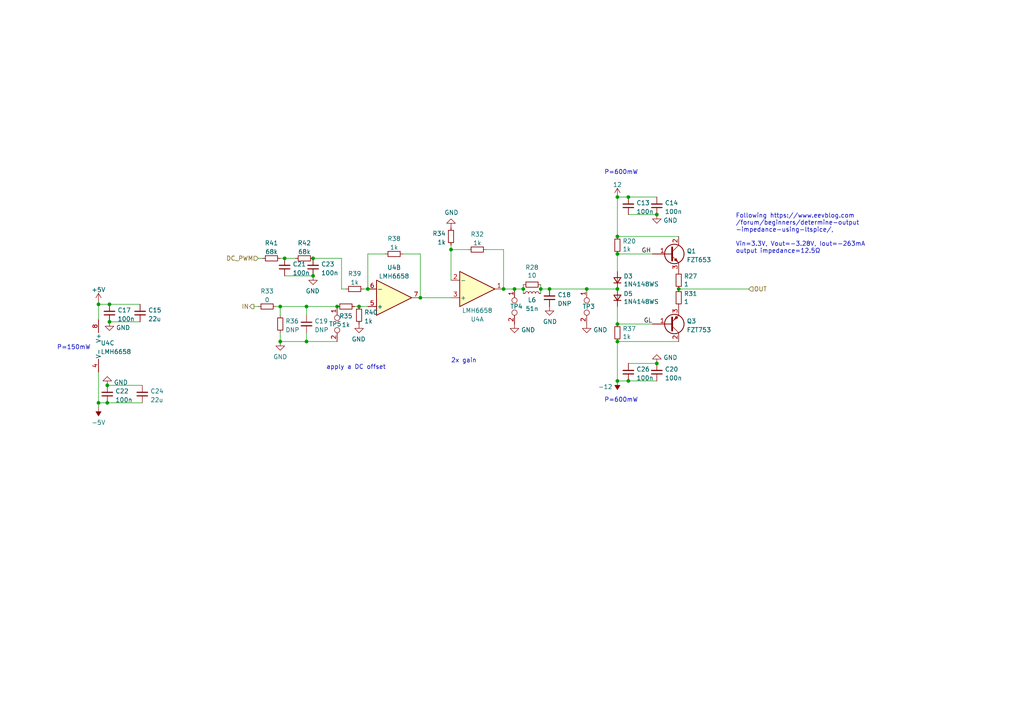
<source format=kicad_sch>
(kicad_sch (version 20211123) (generator eeschema)
  (paper "A4")
  (lib_symbols
    (symbol "Amplifier_Operational:AD8620" (pin_names (offset 0.127))
      (property "Reference" "U" (at 0 5.08 0))
      (property "Value" "AD8620" (at 0 -5.08 0))
      (symbol "AD8620_1_1"
        (polyline (pts (xy -5.08 5.08) (xy 5.08 0) (xy -5.08 -5.08) (xy -5.08 5.08)) (stroke (width 0.254)) (fill (type background)))
        (pin output line (at 7.62 0 180) (length 2.54) (name "~") (number "1"))
        (pin input line (at -7.62 -2.54 0) (length 2.54) (name "-") (number "2"))
        (pin input line (at -7.62 2.54 0) (length 2.54) (name "+") (number "3"))
      )
      (symbol "AD8620_2_1"
        (polyline (pts (xy -5.08 5.08) (xy 5.08 0) (xy -5.08 -5.08) (xy -5.08 5.08)) (stroke (width 0.254)) (fill (type background)))
        (pin input line (at -7.62 2.54 0) (length 2.54) (name "+") (number "5"))
        (pin input line (at -7.62 -2.54 0) (length 2.54) (name "-") (number "6"))
        (pin output line (at 7.62 0 180) (length 2.54) (name "~") (number "7"))
      )
      (symbol "AD8620_3_1"
        (pin power_in line (at -2.54 -7.62 90) (length 3.81) (name "V-") (number "4"))
        (pin power_in line (at -2.54 7.62 270) (length 3.81) (name "V+") (number "8"))
      )
    )
    (symbol "Connector:TestPoint_2Pole" (pin_names (offset 0.762) hide)
      (property "Reference" "TP" (at 0 1.524 0))
      (property "Value" "TestPoint_2Pole" (at 0 -1.778 0))
      (symbol "TestPoint_2Pole_0_1"
        (circle (center -1.778 0) (radius 0.762))
        (circle (center 1.778 0) (radius 0.762))
        (pin passive line (at -5.08 0 0) (length 2.54) (name "1") (number "1"))
        (pin passive line (at 5.08 0 180) (length 2.54) (name "2") (number "2"))
      )
    )
    (symbol "Device:C_Small" (pin_numbers hide) (pin_names (offset 0.254) hide)
      (property "Reference" "C" (at 0.254 1.778 0))
      (property "Value" "C_Small" (at 0.254 -2.032 0))
      (symbol "C_Small_0_1"
        (polyline (pts (xy -1.524 -0.508) (xy 1.524 -0.508)) (stroke (width 0.3302)))
        (polyline (pts (xy -1.524 0.508) (xy 1.524 0.508)) (stroke (width 0.3048)))
      )
      (symbol "C_Small_1_1"
        (pin passive line (at 0 2.54 270) (length 2.032) (name "~") (number "1"))
        (pin passive line (at 0 -2.54 90) (length 2.032) (name "~") (number "2"))
      )
    )
    (symbol "Device:D_Small" (pin_numbers hide) (pin_names (offset 0.254) hide)
      (property "Reference" "D" (at -1.27 2.032 0))
      (property "Value" "D_Small" (at -3.81 -2.032 0))
      (symbol "D_Small_0_1"
        (polyline (pts (xy -0.762 -1.016) (xy -0.762 1.016)) (stroke (width 0.254)))
        (polyline (pts (xy -0.762 0) (xy 0.762 0)))
        (polyline (pts (xy 0.762 -1.016) (xy -0.762 0) (xy 0.762 1.016) (xy 0.762 -1.016)) (stroke (width 0.254)))
      )
      (symbol "D_Small_1_1"
        (pin passive line (at -2.54 0 0) (length 1.778) (name "K") (number "1"))
        (pin passive line (at 2.54 0 180) (length 1.778) (name "A") (number "2"))
      )
    )
    (symbol "Device:L_Small" (pin_numbers hide) (pin_names (offset 0.254) hide)
      (property "Reference" "L" (at 0.762 1.016 0))
      (property "Value" "L_Small" (at 0.762 -1.016 0))
      (symbol "L_Small_0_1"
        (arc (start 0 -2.032) (mid 0.508 -1.524) (end 0 -1.016))
        (arc (start 0 -1.016) (mid 0.508 -0.508) (end 0 0))
        (arc (start 0 0) (mid 0.508 0.508) (end 0 1.016))
        (arc (start 0 1.016) (mid 0.508 1.524) (end 0 2.032))
      )
      (symbol "L_Small_1_1"
        (pin passive line (at 0 2.54 270) (length 0.508) (name "~") (number "1"))
        (pin passive line (at 0 -2.54 90) (length 0.508) (name "~") (number "2"))
      )
    )
    (symbol "Device:Q_NPN_BCE" (pin_names (offset 0) hide)
      (property "Reference" "Q" (at 5.08 1.27 0))
      (property "Value" "Q_NPN_BCE" (at 5.08 -1.27 0))
      (symbol "Q_NPN_BCE_0_1"
        (polyline (pts (xy 0.635 0.635) (xy 2.54 2.54)))
        (polyline (pts (xy 0.635 -0.635) (xy 2.54 -2.54) (xy 2.54 -2.54)))
        (polyline (pts (xy 0.635 1.905) (xy 0.635 -1.905) (xy 0.635 -1.905)) (stroke (width 0.508)))
        (polyline (pts (xy 1.27 -1.778) (xy 1.778 -1.27) (xy 2.286 -2.286) (xy 1.27 -1.778) (xy 1.27 -1.778)) (fill (type outline)))
        (circle (center 1.27 0) (radius 2.8194) (stroke (width 0.254)))
      )
      (symbol "Q_NPN_BCE_1_1"
        (pin input line (at -5.08 0 0) (length 5.715) (name "B") (number "1"))
        (pin passive line (at 2.54 5.08 270) (length 2.54) (name "C") (number "2"))
        (pin passive line (at 2.54 -5.08 90) (length 2.54) (name "E") (number "3"))
      )
    )
    (symbol "Device:Q_PNP_BCE" (pin_names (offset 0) hide)
      (property "Reference" "Q" (at 5.08 1.27 0))
      (property "Value" "Q_PNP_BCE" (at 5.08 -1.27 0))
      (symbol "Q_PNP_BCE_0_1"
        (polyline (pts (xy 0.635 0.635) (xy 2.54 2.54)))
        (polyline (pts (xy 0.635 -0.635) (xy 2.54 -2.54) (xy 2.54 -2.54)))
        (polyline (pts (xy 0.635 1.905) (xy 0.635 -1.905) (xy 0.635 -1.905)) (stroke (width 0.508)))
        (polyline (pts (xy 2.286 -1.778) (xy 1.778 -2.286) (xy 1.27 -1.27) (xy 2.286 -1.778) (xy 2.286 -1.778)) (fill (type outline)))
        (circle (center 1.27 0) (radius 2.8194) (stroke (width 0.254)))
      )
      (symbol "Q_PNP_BCE_1_1"
        (pin input line (at -5.08 0 0) (length 5.715) (name "B") (number "1"))
        (pin passive line (at 2.54 5.08 270) (length 2.54) (name "C") (number "2"))
        (pin passive line (at 2.54 -5.08 90) (length 2.54) (name "E") (number "3"))
      )
    )
    (symbol "Device:R_Small" (pin_numbers hide) (pin_names (offset 0.254) hide)
      (property "Reference" "R" (at 0.762 0.508 0))
      (property "Value" "R_Small" (at 0.762 -1.016 0))
      (symbol "R_Small_0_1"
        (rectangle (start -0.762 1.778) (end 0.762 -1.778) (stroke (width 0.2032)))
      )
      (symbol "R_Small_1_1"
        (pin passive line (at 0 2.54 270) (length 0.762) (name "~") (number "1"))
        (pin passive line (at 0 -2.54 90) (length 0.762) (name "~") (number "2"))
      )
    )
    (symbol "power:+12V" (power) (pin_names (offset 0))
      (property "Value" "+12V" (at 0 3.556 0))
      (symbol "+12V_0_1"
        (polyline (pts (xy -0.762 1.27) (xy 0 2.54)))
        (polyline (pts (xy 0 0) (xy 0 2.54)))
        (polyline (pts (xy 0 2.54) (xy 0.762 1.27)))
      )
      (symbol "+12V_1_1"
        (pin power_in line (at 0 0 90) (length 0) hide (name "+12V") (number "1"))
      )
    )
    (symbol "power:+5V" (power) (pin_names (offset 0))
      (property "Value" "+5V" (at 0 3.556 0))
      (symbol "+5V_0_1"
        (polyline (pts (xy -0.762 1.27) (xy 0 2.54)))
        (polyline (pts (xy 0 0) (xy 0 2.54)))
        (polyline (pts (xy 0 2.54) (xy 0.762 1.27)))
      )
      (symbol "+5V_1_1"
        (pin power_in line (at 0 0 90) (length 0) hide (name "+5V") (number "1"))
      )
    )
    (symbol "power:-12V" (power) (pin_names (offset 0))
      (property "Value" "-12V" (at 0 3.81 0))
      (symbol "-12V_0_0"
        (pin power_in line (at 0 0 90) (length 0) hide (name "-12V") (number "1"))
      )
      (symbol "-12V_0_1"
        (polyline (pts (xy 0 0) (xy 0 1.27) (xy 0.762 1.27) (xy 0 2.54) (xy -0.762 1.27) (xy 0 1.27)) (fill (type outline)))
      )
    )
    (symbol "power:-5V" (power) (pin_names (offset 0))
      (property "Value" "-5V" (at 0 3.81 0))
      (symbol "-5V_0_0"
        (pin power_in line (at 0 0 90) (length 0) hide (name "-5V") (number "1"))
      )
      (symbol "-5V_0_1"
        (polyline (pts (xy 0 0) (xy 0 1.27) (xy 0.762 1.27) (xy 0 2.54) (xy -0.762 1.27) (xy 0 1.27)) (fill (type outline)))
      )
    )
    (symbol "power:GND" (power) (pin_names (offset 0))
      (property "Value" "GND" (at 0 -3.81 0))
      (symbol "GND_0_1"
        (polyline (pts (xy 0 0) (xy 0 -1.27) (xy 1.27 -1.27) (xy 0 -2.54) (xy -1.27 -1.27) (xy 0 -1.27)))
      )
      (symbol "GND_1_1"
        (pin power_in line (at 0 0 270) (length 0) hide (name "GND") (number "1"))
      )
    )
  )
  (junction (at 121.92 86.36))
  (junction (at 190.5 105.41))
  (junction (at 90.805 74.93))
  (junction (at 106.68 83.82))
  (junction (at 97.79 88.9))
  (junction (at 182.245 57.15))
  (junction (at 88.9 99.06))
  (junction (at 179.07 73.66))
  (junction (at 149.225 83.82))
  (junction (at 179.07 57.15))
  (junction (at 179.07 83.82))
  (junction (at 190.5 62.23))
  (junction (at 151.765 83.82))
  (junction (at 179.07 110.49))
  (junction (at 81.28 99.06))
  (junction (at 179.07 99.06))
  (junction (at 146.05 83.82))
  (junction (at 179.07 68.58))
  (junction (at 88.9 88.9))
  (junction (at 31.115 116.84))
  (junction (at 81.28 88.9))
  (junction (at 179.07 93.98))
  (junction (at 159.385 83.82))
  (junction (at 31.75 93.345))
  (junction (at 82.55 74.93))
  (junction (at 170.18 83.82))
  (junction (at 130.81 72.39))
  (junction (at 28.575 88.265))
  (junction (at 90.805 80.01))
  (junction (at 28.575 116.84))
  (junction (at 31.75 88.265))
  (junction (at 196.85 83.82))
  (junction (at 31.115 111.76))
  (junction (at 156.845 83.82))
  (junction (at 182.245 110.49))
  (junction (at 104.14 88.9))
  (wire (pts (xy 140.97 72.39) (xy 146.05 72.39)))
  (wire (pts (xy 179.07 57.15) (xy 179.07 68.58)))
  (wire (pts (xy 88.9 91.44) (xy 88.9 88.9)))
  (wire (pts (xy 156.845 82.55) (xy 156.845 83.82)))
  (wire (pts (xy 28.575 116.84) (xy 28.575 118.11)))
  (wire (pts (xy 28.575 88.265) (xy 31.75 88.265)))
  (wire (pts (xy 97.79 99.06) (xy 88.9 99.06)))
  (wire (pts (xy 81.28 99.06) (xy 88.9 99.06)))
  (wire (pts (xy 28.575 116.84) (xy 31.115 116.84)))
  (wire (pts (xy 151.765 83.82) (xy 151.765 85.09)))
  (wire (pts (xy 151.765 83.82) (xy 151.765 82.55)))
  (wire (pts (xy 28.575 88.265) (xy 28.575 92.71)))
  (wire (pts (xy 179.07 99.06) (xy 179.07 110.49)))
  (wire (pts (xy 182.245 110.49) (xy 190.5 110.49)))
  (wire (pts (xy 121.92 73.66) (xy 121.92 86.36)))
  (wire (pts (xy 99.06 74.93) (xy 99.06 83.82)))
  (wire (pts (xy 179.07 73.66) (xy 189.23 73.66)))
  (wire (pts (xy 88.9 88.9) (xy 97.79 88.9)))
  (wire (pts (xy 81.28 74.93) (xy 82.55 74.93)))
  (wire (pts (xy 179.07 57.15) (xy 182.245 57.15)))
  (wire (pts (xy 182.245 57.15) (xy 190.5 57.15)))
  (wire (pts (xy 31.115 111.76) (xy 41.275 111.76)))
  (wire (pts (xy 146.05 72.39) (xy 146.05 83.82)))
  (wire (pts (xy 81.28 91.44) (xy 81.28 88.9)))
  (wire (pts (xy 179.07 68.58) (xy 196.85 68.58)))
  (wire (pts (xy 156.845 83.82) (xy 156.845 85.09)))
  (wire (pts (xy 102.87 88.9) (xy 104.14 88.9)))
  (wire (pts (xy 106.68 73.66) (xy 111.76 73.66)))
  (wire (pts (xy 74.93 74.93) (xy 76.2 74.93)))
  (wire (pts (xy 31.75 93.345) (xy 40.64 93.345)))
  (wire (pts (xy 81.28 99.06) (xy 81.28 96.52)))
  (wire (pts (xy 156.845 83.82) (xy 159.385 83.82)))
  (wire (pts (xy 179.07 110.49) (xy 182.245 110.49)))
  (wire (pts (xy 179.07 88.9) (xy 179.07 93.98)))
  (wire (pts (xy 81.28 88.9) (xy 88.9 88.9)))
  (wire (pts (xy 130.81 81.28) (xy 130.81 72.39)))
  (wire (pts (xy 179.07 99.06) (xy 196.85 99.06)))
  (wire (pts (xy 130.81 72.39) (xy 130.81 71.12)))
  (wire (pts (xy 73.66 88.9) (xy 74.93 88.9)))
  (wire (pts (xy 182.245 105.41) (xy 190.5 105.41)))
  (wire (pts (xy 31.75 88.265) (xy 40.64 88.265)))
  (wire (pts (xy 182.245 62.23) (xy 190.5 62.23)))
  (wire (pts (xy 28.575 107.95) (xy 28.575 116.84)))
  (wire (pts (xy 28.575 87.63) (xy 28.575 88.265)))
  (wire (pts (xy 149.225 83.82) (xy 151.765 83.82)))
  (wire (pts (xy 179.07 93.98) (xy 189.23 93.98)))
  (wire (pts (xy 135.89 72.39) (xy 130.81 72.39)))
  (wire (pts (xy 196.85 83.82) (xy 217.17 83.82)))
  (wire (pts (xy 116.84 73.66) (xy 121.92 73.66)))
  (wire (pts (xy 31.115 116.84) (xy 41.275 116.84)))
  (wire (pts (xy 146.05 83.82) (xy 149.225 83.82)))
  (wire (pts (xy 179.07 78.74) (xy 179.07 73.66)))
  (wire (pts (xy 82.55 80.01) (xy 90.805 80.01)))
  (wire (pts (xy 121.92 86.36) (xy 130.81 86.36)))
  (wire (pts (xy 170.18 83.82) (xy 179.07 83.82)))
  (wire (pts (xy 106.68 83.82) (xy 106.68 73.66)))
  (wire (pts (xy 159.385 83.82) (xy 170.18 83.82)))
  (wire (pts (xy 104.14 88.9) (xy 106.68 88.9)))
  (wire (pts (xy 90.805 74.93) (xy 99.06 74.93)))
  (wire (pts (xy 80.01 88.9) (xy 81.28 88.9)))
  (wire (pts (xy 105.41 83.82) (xy 106.68 83.82)))
  (wire (pts (xy 88.9 99.06) (xy 88.9 96.52)))
  (wire (pts (xy 99.06 83.82) (xy 100.33 83.82)))
  (wire (pts (xy 82.55 74.93) (xy 85.725 74.93)))
  (text "Following https://www.eevblog.com\n/forum/beginners/determine-output\n-impedance-using-ltspice/,\n\nVin=3.3V, Vout=-3.28V, Iout=-263mA\noutput impedance=12.5Ω" (at 213.36 73.66 0) (effects (font (size 1.27 1.27)) (justify left bottom)))
  (text "2x gain" (at 130.81 105.41 0) (effects (font (size 1.27 1.27)) (justify left bottom)))
  (text "P=150mW" (at 16.51 101.6 0) (effects (font (size 1.27 1.27)) (justify left bottom)))
  (text "P=600mW" (at 175.26 116.84 0) (effects (font (size 1.27 1.27)) (justify left bottom)))
  (text "P=600mW" (at 175.26 50.8 0) (effects (font (size 1.27 1.27)) (justify left bottom)))
  (text "apply a DC offset" (at 94.615 107.315 0) (effects (font (size 1.27 1.27)) (justify left bottom)))
  (label "GL" (at 186.69 93.98 0))
  (label "GH" (at 186.055 73.66 0))
  (hierarchical_label "DC_PWM" (shape input) (at 74.93 74.93 180))
  (hierarchical_label "OUT" (shape input) (at 217.17 83.82 0))
  (hierarchical_label "IN" (shape output) (at 73.66 88.9 180))
  (symbol (lib_id "Device:C_Small") (at 88.9 93.98 0) (unit 1)
    (property "Reference" "C19" (at 91.2241 93.1516 0) (effects (justify left)))
    (property "Value" "DNP" (at 91.2241 95.6885 0) (effects (justify left)))
    (property "Footprint" "Capacitor_SMD:C_0603_1608Metric" (effects hide))
    (property "Description" "16V+" (effects hide))
    (property "AVL1" "any/open" (effects hide))
  )
  (symbol (lib_id "power:GND") (at 159.385 88.9 0) (unit 1)
    (property "Reference" "#PWR0103" (effects hide))
    (property "Value" "GND" (at 159.512 93.2942 0))
  )
  (symbol (lib_id "Device:C_Small") (at 190.5 59.69 180) (unit 1)
    (property "Reference" "C14" (at 192.8241 58.8489 0) (effects (justify right)))
    (property "Value" "100n" (at 192.8241 61.3858 0) (effects (justify right)))
    (property "Footprint" "Capacitor_SMD:C_0603_1608Metric" (effects hide))
    (property "Description" "16V+" (effects hide))
    (property "AVL1" "any/open" (effects hide))
    (property "LCSC" "C57112" (effects hide))
  )
  (symbol (lib_id "Connector:TestPoint_2Pole") (at 149.225 88.9 270) (unit 1)
    (property "Reference" "TP4" (at 147.955 88.9 90) (effects (justify left)))
    (property "Value" "TestPoint_2Pole" (effects hide))
    (property "Footprint" "Module:TestPoint_2Pads_Pitch2.54mm_Drill1mm" (effects hide))
  )
  (symbol (lib_id "Device:C_Small") (at 82.55 77.47 180) (unit 1)
    (property "Reference" "C21" (at 84.8741 76.6289 0) (effects (justify right)))
    (property "Value" "100n" (at 84.8741 79.1658 0) (effects (justify right)))
    (property "Footprint" "Capacitor_SMD:C_0603_1608Metric" (effects hide))
    (property "Description" "16V+" (effects hide))
    (property "AVL1" "any/open" (effects hide))
    (property "LCSC" "C57112" (effects hide))
  )
  (symbol (lib_id "Device:R_Small") (at 81.28 93.98 0) (unit 1)
    (property "Reference" "R36" (at 82.7786 93.1453 0) (effects (justify left)))
    (property "Value" "DNP" (at 82.7786 95.6822 0) (effects (justify left)))
    (property "Footprint" "Resistor_SMD:R_0603_1608Metric" (effects hide))
  )
  (symbol (lib_id "Device:C_Small") (at 182.245 107.95 180) (unit 1)
    (property "Reference" "C26" (at 184.5691 107.1089 0) (effects (justify right)))
    (property "Value" "100n" (at 184.5691 109.6458 0) (effects (justify right)))
    (property "Footprint" "Capacitor_SMD:C_0603_1608Metric" (effects hide))
    (property "Description" "16V+" (effects hide))
    (property "AVL1" "any/open" (effects hide))
    (property "LCSC" "C57112" (effects hide))
  )
  (symbol (lib_id "Device:Q_NPN_BCE") (at 194.31 73.66 0) (unit 1)
    (property "Reference" "Q1" (at 199.1614 72.8253 0) (effects (justify left)))
    (property "Value" "FZT653" (at 199.1614 75.3622 0) (effects (justify left)))
    (property "Footprint" "Package_TO_SOT_SMD:SOT-223-3_TabPin2" (effects hide))
    (property "Datasheet" "https://www.diodes.com/assets/Datasheets/FZT653.pdf" (effects hide))
    (property "AVL1" "Diodes Incorporated" (effects hide))
    (property "AVL1 P/N" "FZT653" (effects hide))
    (property "LCSC" "C780850" (effects hide))
  )
  (symbol (lib_id "Device:C_Small") (at 182.245 59.69 180) (unit 1)
    (property "Reference" "C13" (at 184.5691 58.8489 0) (effects (justify right)))
    (property "Value" "100n" (at 184.5691 61.3858 0) (effects (justify right)))
    (property "Footprint" "Capacitor_SMD:C_0603_1608Metric" (effects hide))
    (property "Description" "16V+" (effects hide))
    (property "AVL1" "any/open" (effects hide))
    (property "LCSC" "C57112" (effects hide))
  )
  (symbol (lib_id "power:GND") (at 190.5 62.23 0) (unit 1)
    (property "Reference" "#PWR0122" (effects hide))
    (property "Value" "GND" (at 192.405 63.9338 0) (effects (justify left)))
  )
  (symbol (lib_id "Device:R_Small") (at 100.33 88.9 90) (unit 1)
    (property "Reference" "R35" (at 100.33 91.667 90))
    (property "Value" "1k" (at 100.33 94.2039 90))
    (property "Footprint" "Resistor_SMD:R_0603_1608Metric" (effects hide))
    (property "AVL1" "any/open" (effects hide))
    (property "Description" "0.1%" (effects hide))
    (property "LCSC" "C309080" (effects hide))
  )
  (symbol (lib_id "Device:R_Small") (at 114.3 73.66 270) (unit 1)
    (property "Reference" "R38" (at 114.3 69.2236 90))
    (property "Value" "1k" (at 114.3 71.7605 90))
    (property "Footprint" "Resistor_SMD:R_0603_1608Metric" (effects hide))
    (property "AVL1" "any/open" (effects hide))
    (property "Description" "0.1%" (effects hide))
    (property "LCSC" "C309080" (effects hide))
  )
  (symbol (lib_id "power:+5V") (at 28.575 87.63 0) (unit 1)
    (property "Reference" "#PWR0124" (effects hide))
    (property "Value" "+5V" (at 28.575 84.0542 0))
  )
  (symbol (lib_id "power:GND") (at 104.14 93.98 0) (mirror y) (unit 1)
    (property "Reference" "#PWR07" (effects hide))
    (property "Value" "GND" (at 104.013 98.3742 0))
  )
  (symbol (lib_id "Device:C_Small") (at 41.275 114.3 180) (unit 1)
    (property "Reference" "C24" (at 43.5991 113.4589 0) (effects (justify right)))
    (property "Value" "22u" (at 43.5991 115.9958 0) (effects (justify right)))
    (property "Footprint" "Capacitor_SMD:C_1210_3225Metric" (effects hide))
    (property "Description" "16V+" (effects hide))
    (property "AVL1" "any/open" (effects hide))
    (property "AVL2" "Samsung" (effects hide))
    (property "AVL2 P/N" "CL31A226KAHNNNE" (effects hide))
    (property "LCSC" "C12891" (effects hide))
  )
  (symbol (lib_id "Device:R_Small") (at 77.47 88.9 90) (unit 1)
    (property "Reference" "R33" (at 77.47 84.4636 90))
    (property "Value" "0" (at 77.47 87.0005 90))
    (property "Footprint" "Resistor_SMD:R_0603_1608Metric" (effects hide))
    (property "AVL1" "any/open" (effects hide))
    (property "LCSC" "C21189" (effects hide))
  )
  (symbol (lib_id "power:GND") (at 31.115 111.76 180) (unit 1)
    (property "Reference" "#PWR0129" (effects hide))
    (property "Value" "GND" (at 33.02 110.9238 0) (effects (justify right)))
  )
  (symbol (lib_id "Device:C_Small") (at 159.385 86.36 180) (unit 1)
    (property "Reference" "C18" (at 161.7091 85.5189 0) (effects (justify right)))
    (property "Value" "DNP" (at 161.7091 88.0558 0) (effects (justify right)))
    (property "Footprint" "Capacitor_SMD:C_0603_1608Metric" (effects hide))
    (property "Description" "16V+" (effects hide))
    (property "AVL1" "any/open" (effects hide))
  )
  (symbol (lib_id "power:-12V") (at 179.07 110.49 180) (unit 1)
    (property "Reference" "#PWR0102" (effects hide))
    (property "Value" "-12V" (at 177.673 112.1938 0) (effects (justify left)))
    (property "Spice_Primitive" "V" (effects hide))
    (property "Spice_Model" "dc -12" (effects hide))
    (property "Spice_Netlist_Enabled" "Y" (effects hide))
  )
  (symbol (lib_id "Amplifier_Operational:AD8620") (at 114.3 86.36 0) (mirror x) (unit 2)
    (property "Reference" "U4" (at 114.3 77.5802 0))
    (property "Value" "LMH6658" (at 114.3 80.1171 0))
    (property "Footprint" "Package_SO:SOIC-8_3.9x4.9mm_P1.27mm" (effects hide))
    (property "Datasheet" "https://www.ti.com/lit/ds/symlink/lmh6658.pdf" (effects hide))
  )
  (symbol (lib_id "power:+12V") (at 179.07 57.15 0) (unit 1)
    (property "Reference" "#PWR0121" (effects hide))
    (property "Value" "+12V" (at 179.07 53.5742 0))
    (property "Spice_Primitive" "V" (effects hide))
    (property "Spice_Model" "dc 12" (effects hide))
    (property "Spice_Netlist_Enabled" "Y" (effects hide))
  )
  (symbol (lib_id "Device:C_Small") (at 31.75 90.805 180) (unit 1)
    (property "Reference" "C17" (at 34.0741 89.9639 0) (effects (justify right)))
    (property "Value" "100n" (at 34.0741 92.5008 0) (effects (justify right)))
    (property "Footprint" "Capacitor_SMD:C_0603_1608Metric" (effects hide))
    (property "Description" "16V+" (effects hide))
    (property "AVL1" "any/open" (effects hide))
    (property "LCSC" "C57112" (effects hide))
  )
  (symbol (lib_id "Connector:TestPoint_2Pole") (at 97.79 93.98 90) (mirror x) (unit 1)
    (property "Reference" "TP5" (at 99.06 93.98 90) (effects (justify left)))
    (property "Value" "TestPoint_2Pole" (effects hide))
    (property "Footprint" "Module:TestPoint_2Pads_Pitch2.54mm_Drill1mm" (effects hide))
  )
  (symbol (lib_id "Device:R_Small") (at 196.85 81.28 0) (unit 1)
    (property "Reference" "R27" (at 198.3486 80.1116 0) (effects (justify left)))
    (property "Value" "1" (at 198.3486 82.423 0) (effects (justify left)))
    (property "Footprint" "Resistor_SMD:R_1206_3216Metric" (effects hide))
    (property "AVL1" "any/open" (effects hide))
    (property "LCSC" "C17928" (effects hide))
  )
  (symbol (lib_id "power:GND") (at 130.81 66.04 0) (mirror x) (unit 1)
    (property "Reference" "#PWR0127" (effects hide))
    (property "Value" "GND" (at 130.937 61.6458 0))
  )
  (symbol (lib_id "Device:D_Small") (at 179.07 81.28 90) (unit 1)
    (property "Reference" "D3" (at 180.848 80.1116 90) (effects (justify right)))
    (property "Value" "1N4148WS" (at 180.848 82.423 90) (effects (justify right)))
    (property "Footprint" "Diode_SMD:D_SOD-323" (effects hide))
    (property "Datasheet" "https://datasheet.lcsc.com/lcsc/1810101110_Jiangsu-Changjing-Electronics-Technology-Co---Ltd--1N4148WS_C2128.pdf" (effects hide))
    (property "LCSC" "C2128" (effects hide))
  )
  (symbol (lib_id "Device:R_Small") (at 88.265 74.93 270) (unit 1)
    (property "Reference" "R42" (at 88.265 70.4936 90))
    (property "Value" "68k" (at 88.265 73.0305 90))
    (property "Footprint" "Resistor_SMD:R_0603_1608Metric" (effects hide))
    (property "AVL1" "any/open" (effects hide))
    (property "LCSC" "C23231" (effects hide))
  )
  (symbol (lib_id "Device:R_Small") (at 78.74 74.93 270) (unit 1)
    (property "Reference" "R41" (at 78.74 70.4936 90))
    (property "Value" "68k" (at 78.74 73.0305 90))
    (property "Footprint" "Resistor_SMD:R_0603_1608Metric" (effects hide))
    (property "AVL1" "any/open" (effects hide))
    (property "LCSC" "C23231" (effects hide))
  )
  (symbol (lib_id "power:-5V") (at 28.575 118.11 180) (unit 1)
    (property "Reference" "#PWR0126" (effects hide))
    (property "Value" "-5V" (at 28.575 122.5534 0))
  )
  (symbol (lib_id "Device:Q_PNP_BCE") (at 194.31 93.98 0) (mirror x) (unit 1)
    (property "Reference" "Q3" (at 199.1614 93.1453 0) (effects (justify left)))
    (property "Value" "FZT753" (at 199.1614 95.6822 0) (effects (justify left)))
    (property "Footprint" "Package_TO_SOT_SMD:SOT-223-3_TabPin2" (effects hide))
    (property "Datasheet" "https://www.diodes.com/assets/Datasheets/FZT753.pdf" (effects hide))
    (property "AVL1" "Diodes Incorporated" (effects hide))
    (property "AVL1 P/N" "FZT753" (effects hide))
    (property "LCSC" "C85794" (effects hide))
  )
  (symbol (lib_id "power:GND") (at 81.28 99.06 0) (unit 1)
    (property "Reference" "#PWR0123" (effects hide))
    (property "Value" "GND" (at 81.28 103.5034 0))
  )
  (symbol (lib_id "Device:C_Small") (at 90.805 77.47 180) (unit 1)
    (property "Reference" "C23" (at 93.1291 76.6289 0) (effects (justify right)))
    (property "Value" "100n" (at 93.1291 79.1658 0) (effects (justify right)))
    (property "Footprint" "Capacitor_SMD:C_0603_1608Metric" (effects hide))
    (property "Description" "16V+" (effects hide))
    (property "AVL1" "any/open" (effects hide))
    (property "LCSC" "C57112" (effects hide))
  )
  (symbol (lib_id "power:GND") (at 31.75 93.345 0) (unit 1)
    (property "Reference" "#PWR0128" (effects hide))
    (property "Value" "GND" (at 33.655 95.0488 0) (effects (justify left)))
  )
  (symbol (lib_id "Amplifier_Operational:AD8620") (at 31.115 100.33 0) (unit 3)
    (property "Reference" "U4" (at 29.21 99.4953 0) (effects (justify left)))
    (property "Value" "LMH6658" (at 29.21 102.0322 0) (effects (justify left)))
    (property "Footprint" "Package_SO:SOIC-8_3.9x4.9mm_P1.27mm" (effects hide))
    (property "Datasheet" "https://www.ti.com/lit/ds/symlink/lmh6658.pdf" (effects hide))
  )
  (symbol (lib_id "Device:R_Small") (at 154.305 82.55 90) (unit 1)
    (property "Reference" "R28" (at 154.305 77.5716 90))
    (property "Value" "10" (at 154.305 79.883 90))
    (property "Footprint" "Resistor_SMD:R_0603_1608Metric" (effects hide))
    (property "AVL1" "any/open" (effects hide))
    (property "LCSC" "C22859" (effects hide))
  )
  (symbol (lib_id "power:GND") (at 90.805 80.01 0) (mirror y) (unit 1)
    (property "Reference" "#PWR02" (effects hide))
    (property "Value" "GND" (at 90.678 84.4042 0))
  )
  (symbol (lib_id "Device:R_Small") (at 104.14 91.44 180) (unit 1)
    (property "Reference" "R40" (at 105.6386 90.6053 0) (effects (justify right)))
    (property "Value" "1k" (at 105.6386 93.1422 0) (effects (justify right)))
    (property "Footprint" "Resistor_SMD:R_0603_1608Metric" (effects hide))
    (property "AVL1" "any/open" (effects hide))
    (property "Description" "0.1%" (effects hide))
    (property "LCSC" "C309080" (effects hide))
  )
  (symbol (lib_id "Connector:TestPoint_2Pole") (at 170.18 88.9 270) (unit 1)
    (property "Reference" "TP3" (at 168.91 88.9 90) (effects (justify left)))
    (property "Value" "TestPoint_2Pole" (effects hide))
    (property "Footprint" "Module:TestPoint_2Pads_Pitch2.54mm_Drill1mm" (effects hide))
  )
  (symbol (lib_id "power:GND") (at 190.5 105.41 0) (mirror x) (unit 1)
    (property "Reference" "#PWR0105" (effects hide))
    (property "Value" "GND" (at 192.405 103.7062 0) (effects (justify left)))
  )
  (symbol (lib_id "power:GND") (at 170.18 93.98 0) (unit 1)
    (property "Reference" "#PWR0104" (effects hide))
    (property "Value" "GND" (at 172.085 95.6838 0) (effects (justify left)))
  )
  (symbol (lib_id "Device:D_Small") (at 179.07 86.36 90) (unit 1)
    (property "Reference" "D5" (at 180.848 85.1916 90) (effects (justify right)))
    (property "Value" "1N4148WS" (at 180.848 87.503 90) (effects (justify right)))
    (property "Footprint" "Diode_SMD:D_SOD-323" (effects hide))
    (property "Datasheet" "https://datasheet.lcsc.com/lcsc/1810101110_Jiangsu-Changjing-Electronics-Technology-Co---Ltd--1N4148WS_C2128.pdf" (effects hide))
    (property "LCSC" "C2128" (effects hide))
  )
  (symbol (lib_id "Device:C_Small") (at 31.115 114.3 180) (unit 1)
    (property "Reference" "C22" (at 33.4391 113.4589 0) (effects (justify right)))
    (property "Value" "100n" (at 33.4391 115.9958 0) (effects (justify right)))
    (property "Footprint" "Capacitor_SMD:C_0603_1608Metric" (effects hide))
    (property "Description" "16V+" (effects hide))
    (property "AVL1" "any/open" (effects hide))
    (property "LCSC" "C57112" (effects hide))
  )
  (symbol (lib_id "Device:R_Small") (at 196.85 86.36 0) (unit 1)
    (property "Reference" "R31" (at 198.3486 85.1916 0) (effects (justify left)))
    (property "Value" "1" (at 198.3486 87.503 0) (effects (justify left)))
    (property "Footprint" "Resistor_SMD:R_1206_3216Metric" (effects hide))
    (property "AVL1" "any/open" (effects hide))
    (property "LCSC" "C17928" (effects hide))
  )
  (symbol (lib_id "Amplifier_Operational:AD8620") (at 138.43 83.82 0) (mirror x) (unit 1)
    (property "Reference" "U4" (at 138.43 92.5998 0))
    (property "Value" "LMH6658" (at 138.43 90.0629 0))
    (property "Footprint" "Package_SO:SOIC-8_3.9x4.9mm_P1.27mm" (effects hide))
    (property "Datasheet" "https://www.ti.com/lit/ds/symlink/lmh6658.pdf" (effects hide))
  )
  (symbol (lib_id "Device:L_Small") (at 154.305 85.09 90) (unit 1)
    (property "Reference" "L6" (at 154.305 86.9934 90))
    (property "Value" "51n" (at 154.305 89.5303 90))
    (property "Footprint" "Inductor_THT:L_Axial_L7.0mm_D3.3mm_P10.16mm_Horizontal_Fastron_MICC" (effects hide))
    (property "Description" "optional, hand-made" (effects hide))
  )
  (symbol (lib_id "Device:R_Small") (at 102.87 83.82 90) (unit 1)
    (property "Reference" "R39" (at 102.87 79.3836 90))
    (property "Value" "1k" (at 102.87 81.9205 90))
    (property "Footprint" "Resistor_SMD:R_0603_1608Metric" (effects hide))
    (property "AVL1" "any/open" (effects hide))
    (property "Description" "0.1%" (effects hide))
    (property "LCSC" "C309080" (effects hide))
  )
  (symbol (lib_id "Device:R_Small") (at 130.81 68.58 0) (mirror x) (unit 1)
    (property "Reference" "R34" (at 129.3114 67.7453 0) (effects (justify right)))
    (property "Value" "1k" (at 129.3114 70.2822 0) (effects (justify right)))
    (property "Footprint" "Resistor_SMD:R_0603_1608Metric" (effects hide))
    (property "AVL1" "any/open" (effects hide))
    (property "Description" "0.1%" (effects hide))
    (property "LCSC" "C309080" (effects hide))
  )
  (symbol (lib_id "Device:R_Small") (at 179.07 96.52 0) (unit 1)
    (property "Reference" "R37" (at 180.5686 95.3516 0) (effects (justify left)))
    (property "Value" "1k" (at 180.5686 97.663 0) (effects (justify left)))
    (property "Footprint" "Resistor_SMD:R_0603_1608Metric" (effects hide))
    (property "AVL1" "any/open" (effects hide))
    (property "Description" "0.1%" (effects hide))
    (property "LCSC" "C309080" (effects hide))
  )
  (symbol (lib_id "power:GND") (at 149.225 93.98 0) (unit 1)
    (property "Reference" "#PWR0125" (effects hide))
    (property "Value" "GND" (at 151.13 95.6838 0) (effects (justify left)))
  )
  (symbol (lib_id "Device:C_Small") (at 190.5 107.95 180) (unit 1)
    (property "Reference" "C20" (at 192.8241 107.1089 0) (effects (justify right)))
    (property "Value" "100n" (at 192.8241 109.6458 0) (effects (justify right)))
    (property "Footprint" "Capacitor_SMD:C_0603_1608Metric" (effects hide))
    (property "Description" "16V+" (effects hide))
    (property "AVL1" "any/open" (effects hide))
    (property "LCSC" "C57112" (effects hide))
  )
  (symbol (lib_id "Device:R_Small") (at 138.43 72.39 90) (mirror x) (unit 1)
    (property "Reference" "R32" (at 138.43 67.9536 90))
    (property "Value" "1k" (at 138.43 70.4905 90))
    (property "Footprint" "Resistor_SMD:R_0603_1608Metric" (effects hide))
    (property "AVL1" "any/open" (effects hide))
    (property "Description" "0.1%" (effects hide))
    (property "LCSC" "C309080" (effects hide))
  )
  (symbol (lib_id "Device:C_Small") (at 40.64 90.805 180) (unit 1)
    (property "Reference" "C15" (at 42.9641 89.9639 0) (effects (justify right)))
    (property "Value" "22u" (at 42.9641 92.5008 0) (effects (justify right)))
    (property "Footprint" "Capacitor_SMD:C_1210_3225Metric" (effects hide))
    (property "Description" "16V+" (effects hide))
    (property "AVL1" "any/open" (effects hide))
    (property "AVL2" "Samsung" (effects hide))
    (property "AVL2 P/N" "CL31A226KAHNNNE" (effects hide))
    (property "LCSC" "C12891" (effects hide))
  )
  (symbol (lib_id "Device:R_Small") (at 179.07 71.12 0) (unit 1)
    (property "Reference" "R20" (at 180.5686 69.9516 0) (effects (justify left)))
    (property "Value" "1k" (at 180.5686 72.263 0) (effects (justify left)))
    (property "Footprint" "Resistor_SMD:R_0603_1608Metric" (effects hide))
    (property "AVL1" "any/open" (effects hide))
    (property "Description" "0.1%" (effects hide))
    (property "LCSC" "C309080" (effects hide))
  )
)
</source>
